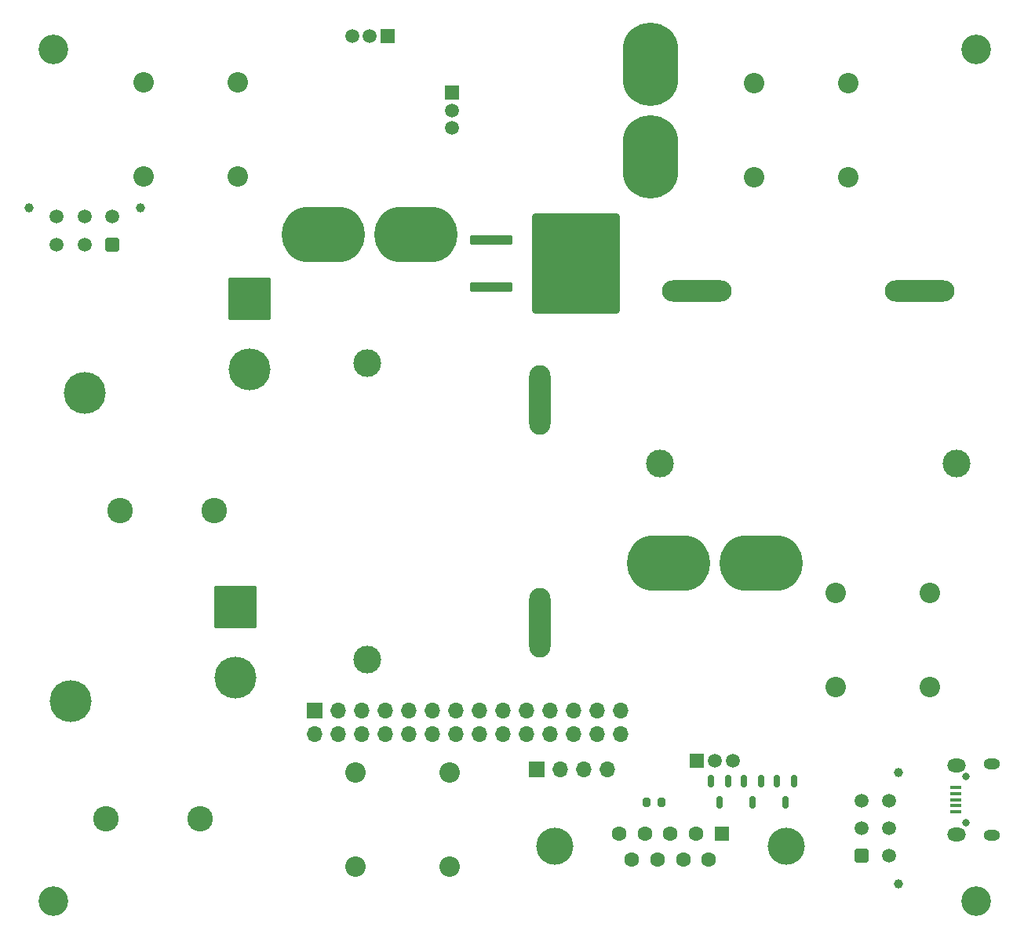
<source format=gts>
G04 #@! TF.GenerationSoftware,KiCad,Pcbnew,7.0.2*
G04 #@! TF.CreationDate,2023-11-12T14:42:30-07:00*
G04 #@! TF.ProjectId,Relay_Board_Lucy_V1,52656c61-795f-4426-9f61-72645f4c7563,V1.0*
G04 #@! TF.SameCoordinates,Original*
G04 #@! TF.FileFunction,Soldermask,Top*
G04 #@! TF.FilePolarity,Negative*
%FSLAX46Y46*%
G04 Gerber Fmt 4.6, Leading zero omitted, Abs format (unit mm)*
G04 Created by KiCad (PCBNEW 7.0.2) date 2023-11-12 14:42:30*
%MOMM*%
%LPD*%
G01*
G04 APERTURE LIST*
G04 Aperture macros list*
%AMRoundRect*
0 Rectangle with rounded corners*
0 $1 Rounding radius*
0 $2 $3 $4 $5 $6 $7 $8 $9 X,Y pos of 4 corners*
0 Add a 4 corners polygon primitive as box body*
4,1,4,$2,$3,$4,$5,$6,$7,$8,$9,$2,$3,0*
0 Add four circle primitives for the rounded corners*
1,1,$1+$1,$2,$3*
1,1,$1+$1,$4,$5*
1,1,$1+$1,$6,$7*
1,1,$1+$1,$8,$9*
0 Add four rect primitives between the rounded corners*
20,1,$1+$1,$2,$3,$4,$5,0*
20,1,$1+$1,$4,$5,$6,$7,0*
20,1,$1+$1,$6,$7,$8,$9,0*
20,1,$1+$1,$8,$9,$2,$3,0*%
G04 Aperture macros list end*
%ADD10RoundRect,0.250000X-2.050000X-0.300000X2.050000X-0.300000X2.050000X0.300000X-2.050000X0.300000X0*%
%ADD11RoundRect,0.250002X-4.449998X-5.149998X4.449998X-5.149998X4.449998X5.149998X-4.449998X5.149998X0*%
%ADD12RoundRect,0.102000X-2.159000X-2.159000X2.159000X-2.159000X2.159000X2.159000X-2.159000X2.159000X0*%
%ADD13C,4.522000*%
%ADD14C,2.744000*%
%ADD15C,2.209800*%
%ADD16RoundRect,0.200000X0.200000X0.275000X-0.200000X0.275000X-0.200000X-0.275000X0.200000X-0.275000X0*%
%ADD17O,0.800000X0.800000*%
%ADD18R,1.300000X0.450000*%
%ADD19O,1.800000X1.150000*%
%ADD20O,2.000000X1.450000*%
%ADD21R,1.700000X1.700000*%
%ADD22O,1.700000X1.700000*%
%ADD23C,1.000000*%
%ADD24RoundRect,0.250001X0.499999X0.499999X-0.499999X0.499999X-0.499999X-0.499999X0.499999X-0.499999X0*%
%ADD25C,1.500000*%
%ADD26C,3.200000*%
%ADD27RoundRect,0.150000X-0.150000X0.512500X-0.150000X-0.512500X0.150000X-0.512500X0.150000X0.512500X0*%
%ADD28O,7.500000X2.300000*%
%ADD29C,3.000000*%
%ADD30O,2.300000X7.500000*%
%ADD31R,1.500000X1.500000*%
%ADD32C,0.800000*%
%ADD33O,9.000000X6.000000*%
%ADD34RoundRect,0.250001X0.499999X-0.499999X0.499999X0.499999X-0.499999X0.499999X-0.499999X-0.499999X0*%
%ADD35O,6.000000X9.000000*%
%ADD36C,4.000000*%
%ADD37R,1.600000X1.600000*%
%ADD38C,1.600000*%
G04 APERTURE END LIST*
D10*
X138430000Y-77470000D03*
D11*
X147580000Y-80010000D03*
D10*
X138430000Y-82550000D03*
D12*
X110800000Y-117100000D03*
D13*
X110800000Y-124720000D03*
D14*
X106990000Y-139960000D03*
X96830000Y-139960000D03*
D13*
X93020000Y-127260000D03*
D15*
X175641000Y-125730000D03*
X185801000Y-125730000D03*
X175641000Y-115570000D03*
X185801000Y-115570000D03*
D16*
X156844000Y-138176000D03*
X155194000Y-138176000D03*
D17*
X189700000Y-140422000D03*
X189700000Y-135422000D03*
D18*
X188600000Y-139222000D03*
X188600000Y-138572000D03*
X188600000Y-137922000D03*
X188600000Y-137272000D03*
X188600000Y-136622000D03*
D19*
X192450000Y-141797000D03*
D20*
X188650000Y-141647000D03*
X188650000Y-134197000D03*
D19*
X192450000Y-134047000D03*
D21*
X119390000Y-128270000D03*
D22*
X119390000Y-130810000D03*
X121930000Y-128270000D03*
X121930000Y-130810000D03*
X124470000Y-128270000D03*
X124470000Y-130810000D03*
X127010000Y-128270000D03*
X127010000Y-130810000D03*
X129550000Y-128270000D03*
X129550000Y-130810000D03*
X132090000Y-128270000D03*
X132090000Y-130810000D03*
X134630000Y-128270000D03*
X134630000Y-130810000D03*
X137170000Y-128270000D03*
X137170000Y-130810000D03*
X139710000Y-128270000D03*
X139710000Y-130810000D03*
X142250000Y-128270000D03*
X142250000Y-130810000D03*
X144790000Y-128270000D03*
X144790000Y-130810000D03*
X147330000Y-128270000D03*
X147330000Y-130810000D03*
X149870000Y-128270000D03*
X149870000Y-130810000D03*
X152410000Y-128270000D03*
X152410000Y-130810000D03*
D21*
X143383000Y-134620000D03*
D22*
X145923000Y-134620000D03*
X148463000Y-134620000D03*
X151003000Y-134620000D03*
D15*
X123825000Y-135001000D03*
X123825000Y-145161000D03*
X133985000Y-135001000D03*
X133985000Y-145161000D03*
D23*
X100567000Y-74038000D03*
X88567000Y-74038000D03*
D24*
X97567000Y-77978000D03*
D25*
X94567000Y-77978000D03*
X91567000Y-77978000D03*
X97567000Y-74978000D03*
X94567000Y-74978000D03*
X91567000Y-74978000D03*
D26*
X190754000Y-56896000D03*
D27*
X164018000Y-135895500D03*
X162118000Y-135895500D03*
X163068000Y-138170500D03*
D28*
X160650000Y-83000000D03*
X184650000Y-83000000D03*
D29*
X188650000Y-101600000D03*
X156650000Y-101600000D03*
D30*
X143695000Y-94805000D03*
X143695000Y-118805000D03*
D29*
X125095000Y-122805000D03*
X125095000Y-90805000D03*
D15*
X111125000Y-70612000D03*
X111125000Y-60452000D03*
X100965000Y-70612000D03*
X100965000Y-60452000D03*
D31*
X160660000Y-133745000D03*
D25*
X162570000Y-133745000D03*
X164480000Y-133745000D03*
D32*
X163620000Y-111715000D03*
X163620000Y-112975000D03*
X164370000Y-110685000D03*
X164370000Y-114005000D03*
X165570000Y-110295000D03*
X165570000Y-114395000D03*
X166900000Y-110295000D03*
X166900000Y-114395000D03*
D33*
X167570000Y-112345000D03*
D32*
X168240000Y-110295000D03*
X168240000Y-114395000D03*
X169570000Y-110295000D03*
X169570000Y-114395000D03*
X170770000Y-110685000D03*
X170770000Y-114005000D03*
X171520000Y-111715000D03*
X171520000Y-112975000D03*
X153620000Y-111715000D03*
X153620000Y-112975000D03*
X154370000Y-110685000D03*
X154370000Y-114005000D03*
X155570000Y-110295000D03*
X155570000Y-114395000D03*
X156900000Y-110295000D03*
X156900000Y-114395000D03*
D33*
X157570000Y-112345000D03*
D32*
X158240000Y-110295000D03*
X158240000Y-114395000D03*
X159570000Y-110295000D03*
X159570000Y-114395000D03*
X160770000Y-110685000D03*
X160770000Y-114005000D03*
X161520000Y-111715000D03*
X161520000Y-112975000D03*
D26*
X91186000Y-148844000D03*
X190754000Y-148844000D03*
D23*
X182340000Y-147000000D03*
X182340000Y-135000000D03*
D34*
X178400000Y-144000000D03*
D25*
X178400000Y-141000000D03*
X178400000Y-138000000D03*
X181400000Y-144000000D03*
X181400000Y-141000000D03*
X181400000Y-138000000D03*
D27*
X167574000Y-135895500D03*
X165674000Y-135895500D03*
X166624000Y-138170500D03*
X171130000Y-135895500D03*
X169230000Y-135895500D03*
X170180000Y-138170500D03*
D31*
X134225000Y-61600000D03*
D25*
X134225000Y-63510000D03*
X134225000Y-65420000D03*
D32*
X156255000Y-64560000D03*
X154995000Y-64560000D03*
X157285000Y-65310000D03*
X153965000Y-65310000D03*
X157675000Y-66510000D03*
X153575000Y-66510000D03*
X157675000Y-67840000D03*
X153575000Y-67840000D03*
D35*
X155625000Y-68510000D03*
D32*
X157675000Y-69180000D03*
X153575000Y-69180000D03*
X157675000Y-70510000D03*
X153575000Y-70510000D03*
X157285000Y-71710000D03*
X153965000Y-71710000D03*
X156255000Y-72460000D03*
X154995000Y-72460000D03*
X156255000Y-54560000D03*
X154995000Y-54560000D03*
X157285000Y-55310000D03*
X153965000Y-55310000D03*
X157675000Y-56510000D03*
X153575000Y-56510000D03*
X157675000Y-57840000D03*
X153575000Y-57840000D03*
D35*
X155625000Y-58510000D03*
D32*
X157675000Y-59180000D03*
X153575000Y-59180000D03*
X157675000Y-60510000D03*
X153575000Y-60510000D03*
X157285000Y-61710000D03*
X153965000Y-61710000D03*
X156255000Y-62460000D03*
X154995000Y-62460000D03*
D15*
X176931600Y-70739101D03*
X176931600Y-60579101D03*
X166771600Y-70739101D03*
X166771600Y-60579101D03*
D12*
X112400000Y-83840000D03*
D13*
X112400000Y-91460000D03*
D14*
X108590000Y-106700000D03*
X98430000Y-106700000D03*
D13*
X94620000Y-94000000D03*
D36*
X145270000Y-142979000D03*
X170270000Y-142979000D03*
D37*
X163310000Y-141559000D03*
D38*
X160540000Y-141559000D03*
X157770000Y-141559000D03*
X155000000Y-141559000D03*
X152230000Y-141559000D03*
X161925000Y-144399000D03*
X159155000Y-144399000D03*
X156385000Y-144399000D03*
X153615000Y-144399000D03*
D26*
X91186000Y-56896000D03*
D31*
X127249000Y-55485000D03*
D25*
X125339000Y-55485000D03*
X123429000Y-55485000D03*
D32*
X124289000Y-77515000D03*
X124289000Y-76255000D03*
X123539000Y-78545000D03*
X123539000Y-75225000D03*
X122339000Y-78935000D03*
X122339000Y-74835000D03*
X121009000Y-78935000D03*
X121009000Y-74835000D03*
D33*
X120339000Y-76885000D03*
D32*
X119669000Y-78935000D03*
X119669000Y-74835000D03*
X118339000Y-78935000D03*
X118339000Y-74835000D03*
X117139000Y-78545000D03*
X117139000Y-75225000D03*
X116389000Y-77515000D03*
X116389000Y-76255000D03*
X134289000Y-77515000D03*
X134289000Y-76255000D03*
X133539000Y-78545000D03*
X133539000Y-75225000D03*
X132339000Y-78935000D03*
X132339000Y-74835000D03*
X131009000Y-78935000D03*
X131009000Y-74835000D03*
D33*
X130339000Y-76885000D03*
D32*
X129669000Y-78935000D03*
X129669000Y-74835000D03*
X128339000Y-78935000D03*
X128339000Y-74835000D03*
X127139000Y-78545000D03*
X127139000Y-75225000D03*
X126389000Y-77515000D03*
X126389000Y-76255000D03*
M02*

</source>
